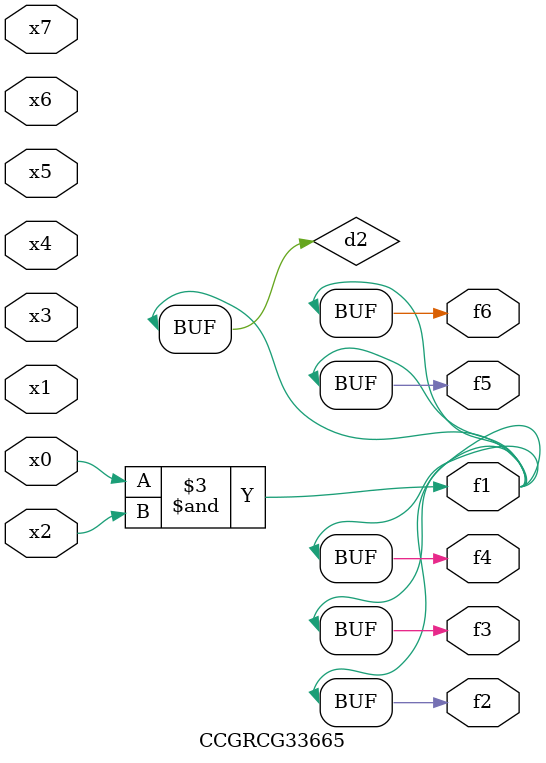
<source format=v>
module CCGRCG33665(
	input x0, x1, x2, x3, x4, x5, x6, x7,
	output f1, f2, f3, f4, f5, f6
);

	wire d1, d2;

	nor (d1, x3, x6);
	and (d2, x0, x2);
	assign f1 = d2;
	assign f2 = d2;
	assign f3 = d2;
	assign f4 = d2;
	assign f5 = d2;
	assign f6 = d2;
endmodule

</source>
